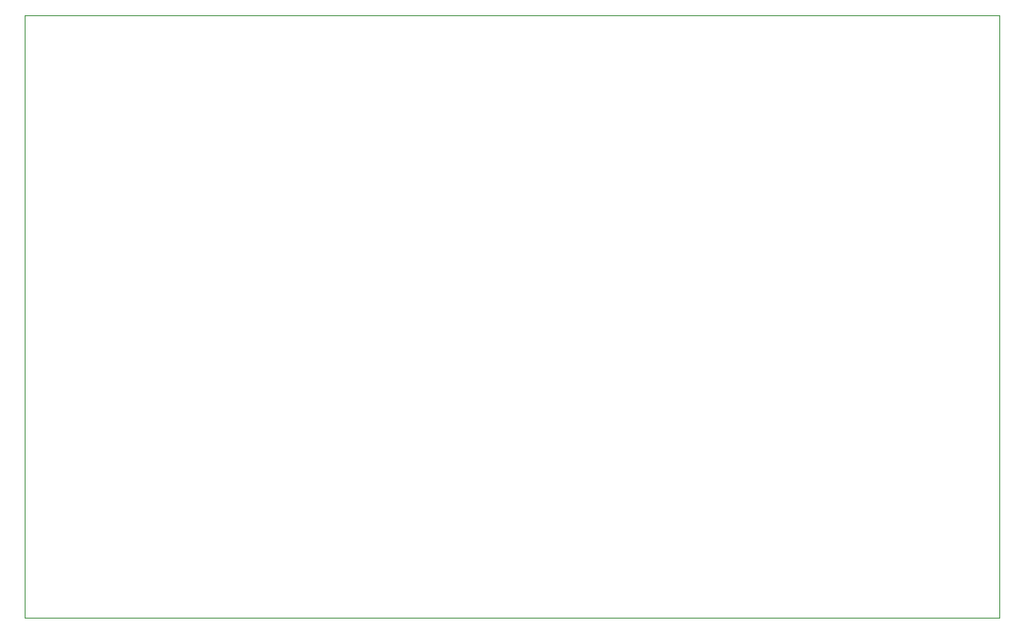
<source format=gbr>
%TF.GenerationSoftware,KiCad,Pcbnew,(6.0.5)*%
%TF.CreationDate,2022-07-10T15:42:58-07:00*%
%TF.ProjectId,BRD_strobelight,4252445f-7374-4726-9f62-656c69676874,rev?*%
%TF.SameCoordinates,Original*%
%TF.FileFunction,Profile,NP*%
%FSLAX46Y46*%
G04 Gerber Fmt 4.6, Leading zero omitted, Abs format (unit mm)*
G04 Created by KiCad (PCBNEW (6.0.5)) date 2022-07-10 15:42:58*
%MOMM*%
%LPD*%
G01*
G04 APERTURE LIST*
%TA.AperFunction,Profile*%
%ADD10C,0.100000*%
%TD*%
G04 APERTURE END LIST*
D10*
X74000000Y-57000000D02*
X171000000Y-57000000D01*
X171000000Y-57000000D02*
X171000000Y-117000000D01*
X171000000Y-117000000D02*
X74000000Y-117000000D01*
X74000000Y-117000000D02*
X74000000Y-57000000D01*
M02*

</source>
